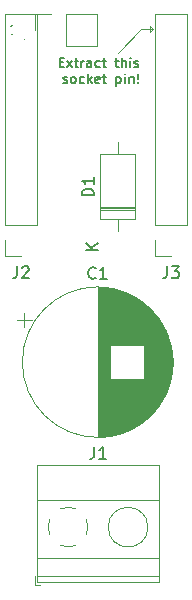
<source format=gto>
%TF.GenerationSoftware,KiCad,Pcbnew,(5.1.9)-1*%
%TF.CreationDate,2021-12-09T11:09:14-03:00*%
%TF.ProjectId,HV_stepstick_adapter,48565f73-7465-4707-9374-69636b5f6164,rev?*%
%TF.SameCoordinates,Original*%
%TF.FileFunction,Legend,Top*%
%TF.FilePolarity,Positive*%
%FSLAX46Y46*%
G04 Gerber Fmt 4.6, Leading zero omitted, Abs format (unit mm)*
G04 Created by KiCad (PCBNEW (5.1.9)-1) date 2021-12-09 11:09:14*
%MOMM*%
%LPD*%
G01*
G04 APERTURE LIST*
%ADD10C,0.120000*%
%ADD11C,0.150000*%
%ADD12R,2.400000X2.400000*%
%ADD13C,2.400000*%
%ADD14R,2.600000X2.600000*%
%ADD15C,2.600000*%
%ADD16R,1.700000X1.700000*%
%ADD17O,1.700000X1.700000*%
%ADD18C,1.700000*%
%ADD19R,2.200000X2.200000*%
%ADD20O,2.200000X2.200000*%
G04 APERTURE END LIST*
D10*
X104750000Y-110000000D02*
X105000000Y-109750000D01*
X104750000Y-109500000D02*
X104750000Y-110000000D01*
X105000000Y-109750000D02*
X104750000Y-109500000D01*
X104000000Y-109750000D02*
X105000000Y-109750000D01*
X102000000Y-111750000D02*
X104000000Y-109750000D01*
D11*
X97083452Y-112517857D02*
X97350119Y-112517857D01*
X97464404Y-112936904D02*
X97083452Y-112936904D01*
X97083452Y-112136904D01*
X97464404Y-112136904D01*
X97731071Y-112936904D02*
X98150119Y-112403571D01*
X97731071Y-112403571D02*
X98150119Y-112936904D01*
X98340595Y-112403571D02*
X98645357Y-112403571D01*
X98454880Y-112136904D02*
X98454880Y-112822619D01*
X98492976Y-112898809D01*
X98569166Y-112936904D01*
X98645357Y-112936904D01*
X98912023Y-112936904D02*
X98912023Y-112403571D01*
X98912023Y-112555952D02*
X98950119Y-112479761D01*
X98988214Y-112441666D01*
X99064404Y-112403571D01*
X99140595Y-112403571D01*
X99750119Y-112936904D02*
X99750119Y-112517857D01*
X99712023Y-112441666D01*
X99635833Y-112403571D01*
X99483452Y-112403571D01*
X99407261Y-112441666D01*
X99750119Y-112898809D02*
X99673928Y-112936904D01*
X99483452Y-112936904D01*
X99407261Y-112898809D01*
X99369166Y-112822619D01*
X99369166Y-112746428D01*
X99407261Y-112670238D01*
X99483452Y-112632142D01*
X99673928Y-112632142D01*
X99750119Y-112594047D01*
X100473928Y-112898809D02*
X100397738Y-112936904D01*
X100245357Y-112936904D01*
X100169166Y-112898809D01*
X100131071Y-112860714D01*
X100092976Y-112784523D01*
X100092976Y-112555952D01*
X100131071Y-112479761D01*
X100169166Y-112441666D01*
X100245357Y-112403571D01*
X100397738Y-112403571D01*
X100473928Y-112441666D01*
X100702500Y-112403571D02*
X101007261Y-112403571D01*
X100816785Y-112136904D02*
X100816785Y-112822619D01*
X100854880Y-112898809D01*
X100931071Y-112936904D01*
X101007261Y-112936904D01*
X101769166Y-112403571D02*
X102073928Y-112403571D01*
X101883452Y-112136904D02*
X101883452Y-112822619D01*
X101921547Y-112898809D01*
X101997738Y-112936904D01*
X102073928Y-112936904D01*
X102340595Y-112936904D02*
X102340595Y-112136904D01*
X102683452Y-112936904D02*
X102683452Y-112517857D01*
X102645357Y-112441666D01*
X102569166Y-112403571D01*
X102454880Y-112403571D01*
X102378690Y-112441666D01*
X102340595Y-112479761D01*
X103064404Y-112936904D02*
X103064404Y-112403571D01*
X103064404Y-112136904D02*
X103026309Y-112175000D01*
X103064404Y-112213095D01*
X103102500Y-112175000D01*
X103064404Y-112136904D01*
X103064404Y-112213095D01*
X103407261Y-112898809D02*
X103483452Y-112936904D01*
X103635833Y-112936904D01*
X103712023Y-112898809D01*
X103750119Y-112822619D01*
X103750119Y-112784523D01*
X103712023Y-112708333D01*
X103635833Y-112670238D01*
X103521547Y-112670238D01*
X103445357Y-112632142D01*
X103407261Y-112555952D01*
X103407261Y-112517857D01*
X103445357Y-112441666D01*
X103521547Y-112403571D01*
X103635833Y-112403571D01*
X103712023Y-112441666D01*
X97388214Y-114248809D02*
X97464404Y-114286904D01*
X97616785Y-114286904D01*
X97692976Y-114248809D01*
X97731071Y-114172619D01*
X97731071Y-114134523D01*
X97692976Y-114058333D01*
X97616785Y-114020238D01*
X97502500Y-114020238D01*
X97426309Y-113982142D01*
X97388214Y-113905952D01*
X97388214Y-113867857D01*
X97426309Y-113791666D01*
X97502500Y-113753571D01*
X97616785Y-113753571D01*
X97692976Y-113791666D01*
X98188214Y-114286904D02*
X98112023Y-114248809D01*
X98073928Y-114210714D01*
X98035833Y-114134523D01*
X98035833Y-113905952D01*
X98073928Y-113829761D01*
X98112023Y-113791666D01*
X98188214Y-113753571D01*
X98302500Y-113753571D01*
X98378690Y-113791666D01*
X98416785Y-113829761D01*
X98454880Y-113905952D01*
X98454880Y-114134523D01*
X98416785Y-114210714D01*
X98378690Y-114248809D01*
X98302500Y-114286904D01*
X98188214Y-114286904D01*
X99140595Y-114248809D02*
X99064404Y-114286904D01*
X98912023Y-114286904D01*
X98835833Y-114248809D01*
X98797738Y-114210714D01*
X98759642Y-114134523D01*
X98759642Y-113905952D01*
X98797738Y-113829761D01*
X98835833Y-113791666D01*
X98912023Y-113753571D01*
X99064404Y-113753571D01*
X99140595Y-113791666D01*
X99483452Y-114286904D02*
X99483452Y-113486904D01*
X99559642Y-113982142D02*
X99788214Y-114286904D01*
X99788214Y-113753571D02*
X99483452Y-114058333D01*
X100435833Y-114248809D02*
X100359642Y-114286904D01*
X100207261Y-114286904D01*
X100131071Y-114248809D01*
X100092976Y-114172619D01*
X100092976Y-113867857D01*
X100131071Y-113791666D01*
X100207261Y-113753571D01*
X100359642Y-113753571D01*
X100435833Y-113791666D01*
X100473928Y-113867857D01*
X100473928Y-113944047D01*
X100092976Y-114020238D01*
X100702500Y-113753571D02*
X101007261Y-113753571D01*
X100816785Y-113486904D02*
X100816785Y-114172619D01*
X100854880Y-114248809D01*
X100931071Y-114286904D01*
X101007261Y-114286904D01*
X101883452Y-113753571D02*
X101883452Y-114553571D01*
X101883452Y-113791666D02*
X101959642Y-113753571D01*
X102112023Y-113753571D01*
X102188214Y-113791666D01*
X102226309Y-113829761D01*
X102264404Y-113905952D01*
X102264404Y-114134523D01*
X102226309Y-114210714D01*
X102188214Y-114248809D01*
X102112023Y-114286904D01*
X101959642Y-114286904D01*
X101883452Y-114248809D01*
X102607261Y-114286904D02*
X102607261Y-113753571D01*
X102607261Y-113486904D02*
X102569166Y-113525000D01*
X102607261Y-113563095D01*
X102645357Y-113525000D01*
X102607261Y-113486904D01*
X102607261Y-113563095D01*
X102988214Y-113753571D02*
X102988214Y-114286904D01*
X102988214Y-113829761D02*
X103026309Y-113791666D01*
X103102500Y-113753571D01*
X103216785Y-113753571D01*
X103292976Y-113791666D01*
X103331071Y-113867857D01*
X103331071Y-114286904D01*
X103712023Y-114210714D02*
X103750119Y-114248809D01*
X103712023Y-114286904D01*
X103673928Y-114248809D01*
X103712023Y-114210714D01*
X103712023Y-114286904D01*
X103712023Y-113982142D02*
X103673928Y-113525000D01*
X103712023Y-113486904D01*
X103750119Y-113525000D01*
X103712023Y-113982142D01*
X103712023Y-113486904D01*
D10*
%TO.C,C1*%
X94097918Y-133722000D02*
X94097918Y-134972000D01*
X93472918Y-134347000D02*
X94722918Y-134347000D01*
X106651000Y-137605000D02*
X106651000Y-138239000D01*
X106611000Y-137165000D02*
X106611000Y-138679000D01*
X106571000Y-136894000D02*
X106571000Y-138950000D01*
X106531000Y-136681000D02*
X106531000Y-139163000D01*
X106491000Y-136500000D02*
X106491000Y-139344000D01*
X106451000Y-136339000D02*
X106451000Y-139505000D01*
X106411000Y-136194000D02*
X106411000Y-139650000D01*
X106371000Y-136061000D02*
X106371000Y-139783000D01*
X106331000Y-135938000D02*
X106331000Y-139906000D01*
X106291000Y-135822000D02*
X106291000Y-140022000D01*
X106251000Y-135713000D02*
X106251000Y-140131000D01*
X106211000Y-135610000D02*
X106211000Y-140234000D01*
X106171000Y-135512000D02*
X106171000Y-140332000D01*
X106131000Y-135418000D02*
X106131000Y-140426000D01*
X106091000Y-135328000D02*
X106091000Y-140516000D01*
X106051000Y-135241000D02*
X106051000Y-140603000D01*
X106011000Y-135158000D02*
X106011000Y-140686000D01*
X105971000Y-135078000D02*
X105971000Y-140766000D01*
X105931000Y-135001000D02*
X105931000Y-140843000D01*
X105891000Y-134926000D02*
X105891000Y-140918000D01*
X105851000Y-134853000D02*
X105851000Y-140991000D01*
X105811000Y-134782000D02*
X105811000Y-141062000D01*
X105771000Y-134714000D02*
X105771000Y-141130000D01*
X105731000Y-134647000D02*
X105731000Y-141197000D01*
X105691000Y-134583000D02*
X105691000Y-141261000D01*
X105651000Y-134520000D02*
X105651000Y-141324000D01*
X105611000Y-134458000D02*
X105611000Y-141386000D01*
X105571000Y-134398000D02*
X105571000Y-141446000D01*
X105531000Y-134339000D02*
X105531000Y-141505000D01*
X105491000Y-134282000D02*
X105491000Y-141562000D01*
X105451000Y-134226000D02*
X105451000Y-141618000D01*
X105411000Y-134172000D02*
X105411000Y-141672000D01*
X105371000Y-134118000D02*
X105371000Y-141726000D01*
X105331000Y-134066000D02*
X105331000Y-141778000D01*
X105291000Y-134015000D02*
X105291000Y-141829000D01*
X105251000Y-133965000D02*
X105251000Y-141879000D01*
X105211000Y-133915000D02*
X105211000Y-141929000D01*
X105171000Y-133867000D02*
X105171000Y-141977000D01*
X105131000Y-133820000D02*
X105131000Y-142024000D01*
X105091000Y-133774000D02*
X105091000Y-142070000D01*
X105051000Y-133728000D02*
X105051000Y-142116000D01*
X105011000Y-133684000D02*
X105011000Y-142160000D01*
X104971000Y-133640000D02*
X104971000Y-142204000D01*
X104931000Y-133597000D02*
X104931000Y-142247000D01*
X104891000Y-133555000D02*
X104891000Y-142289000D01*
X104851000Y-133514000D02*
X104851000Y-142330000D01*
X104811000Y-133473000D02*
X104811000Y-142371000D01*
X104771000Y-133433000D02*
X104771000Y-142411000D01*
X104731000Y-133394000D02*
X104731000Y-142450000D01*
X104691000Y-133355000D02*
X104691000Y-142489000D01*
X104651000Y-133317000D02*
X104651000Y-142527000D01*
X104611000Y-133280000D02*
X104611000Y-142564000D01*
X104571000Y-133244000D02*
X104571000Y-142600000D01*
X104531000Y-133208000D02*
X104531000Y-142636000D01*
X104491000Y-133172000D02*
X104491000Y-142672000D01*
X104451000Y-133137000D02*
X104451000Y-142707000D01*
X104411000Y-133103000D02*
X104411000Y-142741000D01*
X104371000Y-133070000D02*
X104371000Y-142774000D01*
X104331000Y-133037000D02*
X104331000Y-142807000D01*
X104291000Y-133004000D02*
X104291000Y-142840000D01*
X104251000Y-132972000D02*
X104251000Y-142872000D01*
X104211000Y-139362000D02*
X104211000Y-142904000D01*
X104211000Y-132940000D02*
X104211000Y-136482000D01*
X104171000Y-139362000D02*
X104171000Y-142934000D01*
X104171000Y-132910000D02*
X104171000Y-136482000D01*
X104131000Y-139362000D02*
X104131000Y-142965000D01*
X104131000Y-132879000D02*
X104131000Y-136482000D01*
X104091000Y-139362000D02*
X104091000Y-142995000D01*
X104091000Y-132849000D02*
X104091000Y-136482000D01*
X104051000Y-139362000D02*
X104051000Y-143024000D01*
X104051000Y-132820000D02*
X104051000Y-136482000D01*
X104011000Y-139362000D02*
X104011000Y-143053000D01*
X104011000Y-132791000D02*
X104011000Y-136482000D01*
X103971000Y-139362000D02*
X103971000Y-143082000D01*
X103971000Y-132762000D02*
X103971000Y-136482000D01*
X103931000Y-139362000D02*
X103931000Y-143110000D01*
X103931000Y-132734000D02*
X103931000Y-136482000D01*
X103891000Y-139362000D02*
X103891000Y-143138000D01*
X103891000Y-132706000D02*
X103891000Y-136482000D01*
X103851000Y-139362000D02*
X103851000Y-143165000D01*
X103851000Y-132679000D02*
X103851000Y-136482000D01*
X103811000Y-139362000D02*
X103811000Y-143192000D01*
X103811000Y-132652000D02*
X103811000Y-136482000D01*
X103771000Y-139362000D02*
X103771000Y-143218000D01*
X103771000Y-132626000D02*
X103771000Y-136482000D01*
X103731000Y-139362000D02*
X103731000Y-143244000D01*
X103731000Y-132600000D02*
X103731000Y-136482000D01*
X103691000Y-139362000D02*
X103691000Y-143269000D01*
X103691000Y-132575000D02*
X103691000Y-136482000D01*
X103651000Y-139362000D02*
X103651000Y-143294000D01*
X103651000Y-132550000D02*
X103651000Y-136482000D01*
X103611000Y-139362000D02*
X103611000Y-143319000D01*
X103611000Y-132525000D02*
X103611000Y-136482000D01*
X103571000Y-139362000D02*
X103571000Y-143343000D01*
X103571000Y-132501000D02*
X103571000Y-136482000D01*
X103531000Y-139362000D02*
X103531000Y-143367000D01*
X103531000Y-132477000D02*
X103531000Y-136482000D01*
X103491000Y-139362000D02*
X103491000Y-143390000D01*
X103491000Y-132454000D02*
X103491000Y-136482000D01*
X103451000Y-139362000D02*
X103451000Y-143413000D01*
X103451000Y-132431000D02*
X103451000Y-136482000D01*
X103411000Y-139362000D02*
X103411000Y-143436000D01*
X103411000Y-132408000D02*
X103411000Y-136482000D01*
X103371000Y-139362000D02*
X103371000Y-143458000D01*
X103371000Y-132386000D02*
X103371000Y-136482000D01*
X103331000Y-139362000D02*
X103331000Y-143480000D01*
X103331000Y-132364000D02*
X103331000Y-136482000D01*
X103291000Y-139362000D02*
X103291000Y-143502000D01*
X103291000Y-132342000D02*
X103291000Y-136482000D01*
X103251000Y-139362000D02*
X103251000Y-143523000D01*
X103251000Y-132321000D02*
X103251000Y-136482000D01*
X103211000Y-139362000D02*
X103211000Y-143544000D01*
X103211000Y-132300000D02*
X103211000Y-136482000D01*
X103171000Y-139362000D02*
X103171000Y-143564000D01*
X103171000Y-132280000D02*
X103171000Y-136482000D01*
X103131000Y-139362000D02*
X103131000Y-143584000D01*
X103131000Y-132260000D02*
X103131000Y-136482000D01*
X103091000Y-139362000D02*
X103091000Y-143604000D01*
X103091000Y-132240000D02*
X103091000Y-136482000D01*
X103051000Y-139362000D02*
X103051000Y-143624000D01*
X103051000Y-132220000D02*
X103051000Y-136482000D01*
X103011000Y-139362000D02*
X103011000Y-143643000D01*
X103011000Y-132201000D02*
X103011000Y-136482000D01*
X102971000Y-139362000D02*
X102971000Y-143661000D01*
X102971000Y-132183000D02*
X102971000Y-136482000D01*
X102931000Y-139362000D02*
X102931000Y-143680000D01*
X102931000Y-132164000D02*
X102931000Y-136482000D01*
X102891000Y-139362000D02*
X102891000Y-143698000D01*
X102891000Y-132146000D02*
X102891000Y-136482000D01*
X102851000Y-139362000D02*
X102851000Y-143715000D01*
X102851000Y-132129000D02*
X102851000Y-136482000D01*
X102811000Y-139362000D02*
X102811000Y-143733000D01*
X102811000Y-132111000D02*
X102811000Y-136482000D01*
X102771000Y-139362000D02*
X102771000Y-143750000D01*
X102771000Y-132094000D02*
X102771000Y-136482000D01*
X102731000Y-139362000D02*
X102731000Y-143767000D01*
X102731000Y-132077000D02*
X102731000Y-136482000D01*
X102691000Y-139362000D02*
X102691000Y-143783000D01*
X102691000Y-132061000D02*
X102691000Y-136482000D01*
X102651000Y-139362000D02*
X102651000Y-143799000D01*
X102651000Y-132045000D02*
X102651000Y-136482000D01*
X102611000Y-139362000D02*
X102611000Y-143815000D01*
X102611000Y-132029000D02*
X102611000Y-136482000D01*
X102571000Y-139362000D02*
X102571000Y-143830000D01*
X102571000Y-132014000D02*
X102571000Y-136482000D01*
X102531000Y-139362000D02*
X102531000Y-143846000D01*
X102531000Y-131998000D02*
X102531000Y-136482000D01*
X102491000Y-139362000D02*
X102491000Y-143861000D01*
X102491000Y-131983000D02*
X102491000Y-136482000D01*
X102451000Y-139362000D02*
X102451000Y-143875000D01*
X102451000Y-131969000D02*
X102451000Y-136482000D01*
X102411000Y-139362000D02*
X102411000Y-143889000D01*
X102411000Y-131955000D02*
X102411000Y-136482000D01*
X102371000Y-139362000D02*
X102371000Y-143903000D01*
X102371000Y-131941000D02*
X102371000Y-136482000D01*
X102331000Y-139362000D02*
X102331000Y-143917000D01*
X102331000Y-131927000D02*
X102331000Y-136482000D01*
X102291000Y-139362000D02*
X102291000Y-143930000D01*
X102291000Y-131914000D02*
X102291000Y-136482000D01*
X102251000Y-139362000D02*
X102251000Y-143943000D01*
X102251000Y-131901000D02*
X102251000Y-136482000D01*
X102211000Y-139362000D02*
X102211000Y-143956000D01*
X102211000Y-131888000D02*
X102211000Y-136482000D01*
X102171000Y-139362000D02*
X102171000Y-143969000D01*
X102171000Y-131875000D02*
X102171000Y-136482000D01*
X102131000Y-139362000D02*
X102131000Y-143981000D01*
X102131000Y-131863000D02*
X102131000Y-136482000D01*
X102091000Y-139362000D02*
X102091000Y-143993000D01*
X102091000Y-131851000D02*
X102091000Y-136482000D01*
X102051000Y-139362000D02*
X102051000Y-144005000D01*
X102051000Y-131839000D02*
X102051000Y-136482000D01*
X102011000Y-139362000D02*
X102011000Y-144016000D01*
X102011000Y-131828000D02*
X102011000Y-136482000D01*
X101971000Y-139362000D02*
X101971000Y-144027000D01*
X101971000Y-131817000D02*
X101971000Y-136482000D01*
X101931000Y-139362000D02*
X101931000Y-144038000D01*
X101931000Y-131806000D02*
X101931000Y-136482000D01*
X101891000Y-139362000D02*
X101891000Y-144048000D01*
X101891000Y-131796000D02*
X101891000Y-136482000D01*
X101851000Y-139362000D02*
X101851000Y-144059000D01*
X101851000Y-131785000D02*
X101851000Y-136482000D01*
X101811000Y-139362000D02*
X101811000Y-144068000D01*
X101811000Y-131776000D02*
X101811000Y-136482000D01*
X101771000Y-139362000D02*
X101771000Y-144078000D01*
X101771000Y-131766000D02*
X101771000Y-136482000D01*
X101731000Y-139362000D02*
X101731000Y-144088000D01*
X101731000Y-131756000D02*
X101731000Y-136482000D01*
X101691000Y-139362000D02*
X101691000Y-144097000D01*
X101691000Y-131747000D02*
X101691000Y-136482000D01*
X101651000Y-139362000D02*
X101651000Y-144106000D01*
X101651000Y-131738000D02*
X101651000Y-136482000D01*
X101611000Y-139362000D02*
X101611000Y-144114000D01*
X101611000Y-131730000D02*
X101611000Y-136482000D01*
X101571000Y-139362000D02*
X101571000Y-144123000D01*
X101571000Y-131721000D02*
X101571000Y-136482000D01*
X101531000Y-139362000D02*
X101531000Y-144131000D01*
X101531000Y-131713000D02*
X101531000Y-136482000D01*
X101491000Y-139362000D02*
X101491000Y-144138000D01*
X101491000Y-131706000D02*
X101491000Y-136482000D01*
X101451000Y-139362000D02*
X101451000Y-144146000D01*
X101451000Y-131698000D02*
X101451000Y-136482000D01*
X101411000Y-139362000D02*
X101411000Y-144153000D01*
X101411000Y-131691000D02*
X101411000Y-136482000D01*
X101371000Y-139362000D02*
X101371000Y-144160000D01*
X101371000Y-131684000D02*
X101371000Y-136482000D01*
X101331000Y-131677000D02*
X101331000Y-144167000D01*
X101291000Y-131670000D02*
X101291000Y-144174000D01*
X101251000Y-131664000D02*
X101251000Y-144180000D01*
X101211000Y-131658000D02*
X101211000Y-144186000D01*
X101171000Y-131653000D02*
X101171000Y-144191000D01*
X101131000Y-131647000D02*
X101131000Y-144197000D01*
X101091000Y-131642000D02*
X101091000Y-144202000D01*
X101051000Y-131637000D02*
X101051000Y-144207000D01*
X101011000Y-131632000D02*
X101011000Y-144212000D01*
X100970000Y-131628000D02*
X100970000Y-144216000D01*
X100930000Y-131624000D02*
X100930000Y-144220000D01*
X100890000Y-131620000D02*
X100890000Y-144224000D01*
X100850000Y-131616000D02*
X100850000Y-144228000D01*
X100810000Y-131613000D02*
X100810000Y-144231000D01*
X100770000Y-131610000D02*
X100770000Y-144234000D01*
X100730000Y-131607000D02*
X100730000Y-144237000D01*
X100690000Y-131604000D02*
X100690000Y-144240000D01*
X100650000Y-131602000D02*
X100650000Y-144242000D01*
X100610000Y-131600000D02*
X100610000Y-144244000D01*
X100570000Y-131598000D02*
X100570000Y-144246000D01*
X100530000Y-131596000D02*
X100530000Y-144248000D01*
X100490000Y-131595000D02*
X100490000Y-144249000D01*
X100450000Y-131594000D02*
X100450000Y-144250000D01*
X100410000Y-131593000D02*
X100410000Y-144251000D01*
X100370000Y-131592000D02*
X100370000Y-144252000D01*
X100330000Y-131592000D02*
X100330000Y-144252000D01*
X100290000Y-131592000D02*
X100290000Y-144252000D01*
X106660000Y-137922000D02*
G75*
G03*
X106660000Y-137922000I-6370000J0D01*
G01*
%TO.C,J1*%
X94950000Y-156792000D02*
X95450000Y-156792000D01*
X94950000Y-156052000D02*
X94950000Y-156792000D01*
X101643000Y-152915000D02*
X101596000Y-152961000D01*
X103940000Y-150617000D02*
X103905000Y-150653000D01*
X101836000Y-153131000D02*
X101801000Y-153166000D01*
X104145000Y-150823000D02*
X104098000Y-150869000D01*
X105470000Y-146631000D02*
X105470000Y-156552000D01*
X95190000Y-146631000D02*
X95190000Y-156552000D01*
X95190000Y-156552000D02*
X105470000Y-156552000D01*
X95190000Y-146631000D02*
X105470000Y-146631000D01*
X95190000Y-149591000D02*
X105470000Y-149591000D01*
X95190000Y-154492000D02*
X105470000Y-154492000D01*
X95190000Y-155992000D02*
X105470000Y-155992000D01*
X104550000Y-151892000D02*
G75*
G03*
X104550000Y-151892000I-1680000J0D01*
G01*
X98473318Y-153426756D02*
G75*
G02*
X97790000Y-153572000I-683318J1534756D01*
G01*
X99325426Y-151208958D02*
G75*
G02*
X99325000Y-152576000I-1535426J-683042D01*
G01*
X97106958Y-150356574D02*
G75*
G02*
X98474000Y-150357000I683042J-1535426D01*
G01*
X96254574Y-152575042D02*
G75*
G02*
X96255000Y-151208000I1535426J683042D01*
G01*
X97818805Y-153572253D02*
G75*
G02*
X97106000Y-153427000I-28805J1680253D01*
G01*
%TO.C,J2*%
X93805000Y-128924999D02*
X92475000Y-128924999D01*
X92475000Y-128924999D02*
X92475000Y-127594999D01*
X92475000Y-126324999D02*
X92475000Y-108484999D01*
X95135000Y-108484999D02*
X92475000Y-108484999D01*
X95135000Y-126324999D02*
X95135000Y-108484999D01*
X95135000Y-126324999D02*
X92475000Y-126324999D01*
%TO.C,J3*%
X107832999Y-126324999D02*
X105172999Y-126324999D01*
X107832999Y-126324999D02*
X107832999Y-108484999D01*
X107832999Y-108484999D02*
X105172999Y-108484999D01*
X105172999Y-126324999D02*
X105172999Y-108484999D01*
X105172999Y-128924999D02*
X105172999Y-127594999D01*
X106502999Y-128924999D02*
X105172999Y-128924999D01*
%TO.C,J4*%
X95015000Y-109814999D02*
X95015000Y-108484999D01*
X95015000Y-108484999D02*
X96345000Y-108484999D01*
X97615000Y-108484999D02*
X100215000Y-108484999D01*
X100215000Y-111144999D02*
X100215000Y-108484999D01*
X97615000Y-111144999D02*
X100215000Y-111144999D01*
X97615000Y-111144999D02*
X97615000Y-108484999D01*
%TO.C,D1*%
X100511000Y-125003000D02*
X103451000Y-125003000D01*
X100511000Y-124763000D02*
X103451000Y-124763000D01*
X100511000Y-124883000D02*
X103451000Y-124883000D01*
X101981000Y-119323000D02*
X101981000Y-120343000D01*
X101981000Y-126803000D02*
X101981000Y-125783000D01*
X100511000Y-120343000D02*
X100511000Y-125783000D01*
X103451000Y-120343000D02*
X100511000Y-120343000D01*
X103451000Y-125783000D02*
X103451000Y-120343000D01*
X100511000Y-125783000D02*
X103451000Y-125783000D01*
%TO.C,C1*%
D11*
X100123333Y-130779142D02*
X100075714Y-130826761D01*
X99932857Y-130874380D01*
X99837619Y-130874380D01*
X99694761Y-130826761D01*
X99599523Y-130731523D01*
X99551904Y-130636285D01*
X99504285Y-130445809D01*
X99504285Y-130302952D01*
X99551904Y-130112476D01*
X99599523Y-130017238D01*
X99694761Y-129922000D01*
X99837619Y-129874380D01*
X99932857Y-129874380D01*
X100075714Y-129922000D01*
X100123333Y-129969619D01*
X101075714Y-130874380D02*
X100504285Y-130874380D01*
X100790000Y-130874380D02*
X100790000Y-129874380D01*
X100694761Y-130017238D01*
X100599523Y-130112476D01*
X100504285Y-130160095D01*
%TO.C,J1*%
X99996666Y-145084380D02*
X99996666Y-145798666D01*
X99949047Y-145941523D01*
X99853809Y-146036761D01*
X99710952Y-146084380D01*
X99615714Y-146084380D01*
X100996666Y-146084380D02*
X100425238Y-146084380D01*
X100710952Y-146084380D02*
X100710952Y-145084380D01*
X100615714Y-145227238D01*
X100520476Y-145322476D01*
X100425238Y-145370095D01*
%TO.C,J2*%
X93471666Y-129817379D02*
X93471666Y-130531665D01*
X93424047Y-130674522D01*
X93328809Y-130769760D01*
X93185952Y-130817379D01*
X93090714Y-130817379D01*
X93900238Y-129912618D02*
X93947857Y-129864999D01*
X94043095Y-129817379D01*
X94281190Y-129817379D01*
X94376428Y-129864999D01*
X94424047Y-129912618D01*
X94471666Y-130007856D01*
X94471666Y-130103094D01*
X94424047Y-130245951D01*
X93852619Y-130817379D01*
X94471666Y-130817379D01*
%TO.C,J3*%
X106169665Y-129817379D02*
X106169665Y-130531665D01*
X106122046Y-130674522D01*
X106026808Y-130769760D01*
X105883951Y-130817379D01*
X105788713Y-130817379D01*
X106550618Y-129817379D02*
X107169665Y-129817379D01*
X106836332Y-130198332D01*
X106979189Y-130198332D01*
X107074427Y-130245951D01*
X107122046Y-130293570D01*
X107169665Y-130388808D01*
X107169665Y-130626903D01*
X107122046Y-130722141D01*
X107074427Y-130769760D01*
X106979189Y-130817379D01*
X106693475Y-130817379D01*
X106598237Y-130769760D01*
X106550618Y-130722141D01*
%TO.C,J4*%
X93027380Y-110148332D02*
X93741666Y-110148332D01*
X93884523Y-110195951D01*
X93979761Y-110291189D01*
X94027380Y-110434046D01*
X94027380Y-110529284D01*
X93360714Y-109243570D02*
X94027380Y-109243570D01*
X92979761Y-109481665D02*
X93694047Y-109719760D01*
X93694047Y-109100713D01*
%TO.C,D1*%
X99963380Y-123801095D02*
X98963380Y-123801095D01*
X98963380Y-123563000D01*
X99011000Y-123420142D01*
X99106238Y-123324904D01*
X99201476Y-123277285D01*
X99391952Y-123229666D01*
X99534809Y-123229666D01*
X99725285Y-123277285D01*
X99820523Y-123324904D01*
X99915761Y-123420142D01*
X99963380Y-123563000D01*
X99963380Y-123801095D01*
X99963380Y-122277285D02*
X99963380Y-122848714D01*
X99963380Y-122563000D02*
X98963380Y-122563000D01*
X99106238Y-122658238D01*
X99201476Y-122753476D01*
X99249095Y-122848714D01*
X100333380Y-128404904D02*
X99333380Y-128404904D01*
X100333380Y-127833476D02*
X99761952Y-128262047D01*
X99333380Y-127833476D02*
X99904809Y-128404904D01*
%TD*%
%LPC*%
D12*
%TO.C,C1*%
X97790000Y-137922000D03*
D13*
X102790000Y-137922000D03*
%TD*%
D14*
%TO.C,J1*%
X97790000Y-151892000D03*
D15*
X102870000Y-151892000D03*
%TD*%
D16*
%TO.C,J2*%
X93805000Y-127594999D03*
D17*
X93805000Y-125054999D03*
X93805000Y-122514999D03*
X93805000Y-119974999D03*
X93805000Y-117434999D03*
X93805000Y-114894999D03*
X93805000Y-112354999D03*
X93805000Y-109814999D03*
%TD*%
%TO.C,J3*%
X106502999Y-109814999D03*
X106502999Y-112354999D03*
X106502999Y-114894999D03*
X106502999Y-117434999D03*
X106502999Y-119974999D03*
X106502999Y-122514999D03*
X106502999Y-125054999D03*
D16*
X106502999Y-127594999D03*
%TD*%
D18*
%TO.C,J4*%
X96345000Y-109814999D03*
D17*
X98885000Y-109814999D03*
%TD*%
D19*
%TO.C,D1*%
X101981000Y-128143000D03*
D20*
X101981000Y-117983000D03*
%TD*%
M02*

</source>
